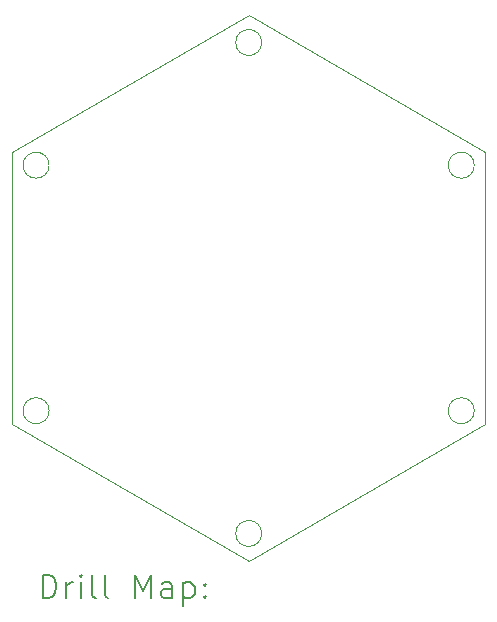
<source format=gbr>
%TF.GenerationSoftware,KiCad,Pcbnew,7.0.5*%
%TF.CreationDate,2023-06-05T00:45:28-04:00*%
%TF.ProjectId,BURNING_R,4255524e-494e-4475-9f52-2e6b69636164,rev?*%
%TF.SameCoordinates,Original*%
%TF.FileFunction,Drillmap*%
%TF.FilePolarity,Positive*%
%FSLAX45Y45*%
G04 Gerber Fmt 4.5, Leading zero omitted, Abs format (unit mm)*
G04 Created by KiCad (PCBNEW 7.0.5) date 2023-06-05 00:45:28*
%MOMM*%
%LPD*%
G01*
G04 APERTURE LIST*
%ADD10C,0.100000*%
%ADD11C,0.200000*%
G04 APERTURE END LIST*
D10*
X13016000Y-8855761D02*
X13016000Y-11165162D01*
X16926000Y-11049692D02*
G75*
G03*
X16926000Y-11049692I-110000J0D01*
G01*
X13016000Y-11165162D02*
X15016000Y-12319862D01*
X16926000Y-8971231D02*
G75*
G03*
X16926000Y-8971231I-110000J0D01*
G01*
X13326000Y-8971231D02*
G75*
G03*
X13326000Y-8971231I-110000J0D01*
G01*
X15016000Y-7701060D02*
X13016000Y-8855761D01*
X17016000Y-8855761D02*
X15016000Y-7701060D01*
X15126000Y-7932000D02*
G75*
G03*
X15126000Y-7932000I-110000J0D01*
G01*
X15126000Y-12088922D02*
G75*
G03*
X15126000Y-12088922I-110000J0D01*
G01*
X17016000Y-11165162D02*
X17016000Y-8855761D01*
X15016000Y-12319862D02*
X17016000Y-11165162D01*
X13326000Y-11049692D02*
G75*
G03*
X13326000Y-11049692I-110000J0D01*
G01*
D11*
X13271777Y-12636346D02*
X13271777Y-12436346D01*
X13271777Y-12436346D02*
X13319396Y-12436346D01*
X13319396Y-12436346D02*
X13347967Y-12445870D01*
X13347967Y-12445870D02*
X13367015Y-12464917D01*
X13367015Y-12464917D02*
X13376539Y-12483965D01*
X13376539Y-12483965D02*
X13386062Y-12522060D01*
X13386062Y-12522060D02*
X13386062Y-12550632D01*
X13386062Y-12550632D02*
X13376539Y-12588727D01*
X13376539Y-12588727D02*
X13367015Y-12607774D01*
X13367015Y-12607774D02*
X13347967Y-12626822D01*
X13347967Y-12626822D02*
X13319396Y-12636346D01*
X13319396Y-12636346D02*
X13271777Y-12636346D01*
X13471777Y-12636346D02*
X13471777Y-12503012D01*
X13471777Y-12541108D02*
X13481301Y-12522060D01*
X13481301Y-12522060D02*
X13490824Y-12512536D01*
X13490824Y-12512536D02*
X13509872Y-12503012D01*
X13509872Y-12503012D02*
X13528920Y-12503012D01*
X13595586Y-12636346D02*
X13595586Y-12503012D01*
X13595586Y-12436346D02*
X13586062Y-12445870D01*
X13586062Y-12445870D02*
X13595586Y-12455393D01*
X13595586Y-12455393D02*
X13605110Y-12445870D01*
X13605110Y-12445870D02*
X13595586Y-12436346D01*
X13595586Y-12436346D02*
X13595586Y-12455393D01*
X13719396Y-12636346D02*
X13700348Y-12626822D01*
X13700348Y-12626822D02*
X13690824Y-12607774D01*
X13690824Y-12607774D02*
X13690824Y-12436346D01*
X13824158Y-12636346D02*
X13805110Y-12626822D01*
X13805110Y-12626822D02*
X13795586Y-12607774D01*
X13795586Y-12607774D02*
X13795586Y-12436346D01*
X14052729Y-12636346D02*
X14052729Y-12436346D01*
X14052729Y-12436346D02*
X14119396Y-12579203D01*
X14119396Y-12579203D02*
X14186062Y-12436346D01*
X14186062Y-12436346D02*
X14186062Y-12636346D01*
X14367015Y-12636346D02*
X14367015Y-12531584D01*
X14367015Y-12531584D02*
X14357491Y-12512536D01*
X14357491Y-12512536D02*
X14338443Y-12503012D01*
X14338443Y-12503012D02*
X14300348Y-12503012D01*
X14300348Y-12503012D02*
X14281301Y-12512536D01*
X14367015Y-12626822D02*
X14347967Y-12636346D01*
X14347967Y-12636346D02*
X14300348Y-12636346D01*
X14300348Y-12636346D02*
X14281301Y-12626822D01*
X14281301Y-12626822D02*
X14271777Y-12607774D01*
X14271777Y-12607774D02*
X14271777Y-12588727D01*
X14271777Y-12588727D02*
X14281301Y-12569679D01*
X14281301Y-12569679D02*
X14300348Y-12560155D01*
X14300348Y-12560155D02*
X14347967Y-12560155D01*
X14347967Y-12560155D02*
X14367015Y-12550632D01*
X14462253Y-12503012D02*
X14462253Y-12703012D01*
X14462253Y-12512536D02*
X14481301Y-12503012D01*
X14481301Y-12503012D02*
X14519396Y-12503012D01*
X14519396Y-12503012D02*
X14538443Y-12512536D01*
X14538443Y-12512536D02*
X14547967Y-12522060D01*
X14547967Y-12522060D02*
X14557491Y-12541108D01*
X14557491Y-12541108D02*
X14557491Y-12598251D01*
X14557491Y-12598251D02*
X14547967Y-12617298D01*
X14547967Y-12617298D02*
X14538443Y-12626822D01*
X14538443Y-12626822D02*
X14519396Y-12636346D01*
X14519396Y-12636346D02*
X14481301Y-12636346D01*
X14481301Y-12636346D02*
X14462253Y-12626822D01*
X14643205Y-12617298D02*
X14652729Y-12626822D01*
X14652729Y-12626822D02*
X14643205Y-12636346D01*
X14643205Y-12636346D02*
X14633682Y-12626822D01*
X14633682Y-12626822D02*
X14643205Y-12617298D01*
X14643205Y-12617298D02*
X14643205Y-12636346D01*
X14643205Y-12512536D02*
X14652729Y-12522060D01*
X14652729Y-12522060D02*
X14643205Y-12531584D01*
X14643205Y-12531584D02*
X14633682Y-12522060D01*
X14633682Y-12522060D02*
X14643205Y-12512536D01*
X14643205Y-12512536D02*
X14643205Y-12531584D01*
M02*

</source>
